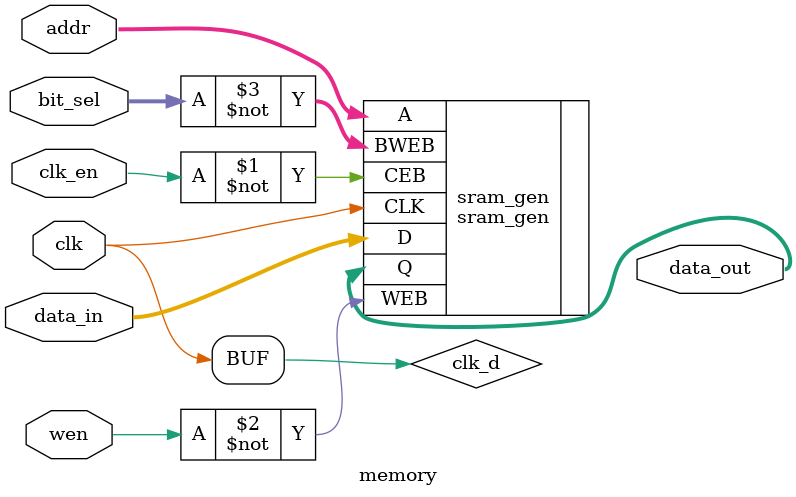
<source format=sv>

module memory #(
    parameter DATA_WIDTH=64,
    parameter ADDR_WIDTH=14
)
(
    clk,
    clk_en,
    data_in,
    bit_sel,
    data_out,
    wen,
    addr
);

input wire                  clk;
input wire                  clk_en;
input wire                  wen;
input wire[DATA_WIDTH-1:0]  data_in;
input wire[DATA_WIDTH-1:0]  bit_sel;
input wire[ADDR_WIDTH-1:0]  addr;

output wire[DATA_WIDTH-1:0]      data_out;

wire clk_d;

assign #0.1 clk_d = clk;

sram_gen #(
    .DATA_WIDTH(DATA_WIDTH),
    .ADDR_WIDTH(ADDR_WIDTH)
)
sram_gen (
    .Q(data_out),
    .CLK(clk_d),
    .CEB(~clk_en), 
    .WEB(~wen), 
    .BWEB(~bit_sel), 
    .A(addr), 
    .D(data_in)
);


endmodule

</source>
